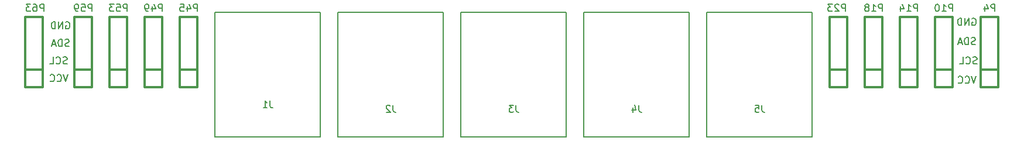
<source format=gbr>
G04 #@! TF.FileFunction,Legend,Bot*
%FSLAX46Y46*%
G04 Gerber Fmt 4.6, Leading zero omitted, Abs format (unit mm)*
G04 Created by KiCad (PCBNEW 0.201601221446+6507~42~ubuntu14.04.1-product) date Wed 27 Jan 2016 18:37:31 CET*
%MOMM*%
G01*
G04 APERTURE LIST*
%ADD10C,0.100000*%
%ADD11C,0.160000*%
%ADD12C,0.200000*%
%ADD13C,0.150000*%
%ADD14C,0.304800*%
%ADD15C,0.203200*%
G04 APERTURE END LIST*
D10*
D11*
X171005333Y-103846381D02*
X170672000Y-104846381D01*
X170338666Y-103846381D01*
X169433904Y-104751143D02*
X169481523Y-104798762D01*
X169624380Y-104846381D01*
X169719618Y-104846381D01*
X169862476Y-104798762D01*
X169957714Y-104703524D01*
X170005333Y-104608286D01*
X170052952Y-104417810D01*
X170052952Y-104274952D01*
X170005333Y-104084476D01*
X169957714Y-103989238D01*
X169862476Y-103894000D01*
X169719618Y-103846381D01*
X169624380Y-103846381D01*
X169481523Y-103894000D01*
X169433904Y-103941619D01*
X168433904Y-104751143D02*
X168481523Y-104798762D01*
X168624380Y-104846381D01*
X168719618Y-104846381D01*
X168862476Y-104798762D01*
X168957714Y-104703524D01*
X169005333Y-104608286D01*
X169052952Y-104417810D01*
X169052952Y-104274952D01*
X169005333Y-104084476D01*
X168957714Y-103989238D01*
X168862476Y-103894000D01*
X168719618Y-103846381D01*
X168624380Y-103846381D01*
X168481523Y-103894000D01*
X168433904Y-103941619D01*
D12*
X39687333Y-103592381D02*
X39354000Y-104592381D01*
X39020666Y-103592381D01*
X38115904Y-104497143D02*
X38163523Y-104544762D01*
X38306380Y-104592381D01*
X38401618Y-104592381D01*
X38544476Y-104544762D01*
X38639714Y-104449524D01*
X38687333Y-104354286D01*
X38734952Y-104163810D01*
X38734952Y-104020952D01*
X38687333Y-103830476D01*
X38639714Y-103735238D01*
X38544476Y-103640000D01*
X38401618Y-103592381D01*
X38306380Y-103592381D01*
X38163523Y-103640000D01*
X38115904Y-103687619D01*
X37115904Y-104497143D02*
X37163523Y-104544762D01*
X37306380Y-104592381D01*
X37401618Y-104592381D01*
X37544476Y-104544762D01*
X37639714Y-104449524D01*
X37687333Y-104354286D01*
X37734952Y-104163810D01*
X37734952Y-104020952D01*
X37687333Y-103830476D01*
X37639714Y-103735238D01*
X37544476Y-103640000D01*
X37401618Y-103592381D01*
X37306380Y-103592381D01*
X37163523Y-103640000D01*
X37115904Y-103687619D01*
X39544476Y-102004762D02*
X39401619Y-102052381D01*
X39163523Y-102052381D01*
X39068285Y-102004762D01*
X39020666Y-101957143D01*
X38973047Y-101861905D01*
X38973047Y-101766667D01*
X39020666Y-101671429D01*
X39068285Y-101623810D01*
X39163523Y-101576190D01*
X39354000Y-101528571D01*
X39449238Y-101480952D01*
X39496857Y-101433333D01*
X39544476Y-101338095D01*
X39544476Y-101242857D01*
X39496857Y-101147619D01*
X39449238Y-101100000D01*
X39354000Y-101052381D01*
X39115904Y-101052381D01*
X38973047Y-101100000D01*
X37973047Y-101957143D02*
X38020666Y-102004762D01*
X38163523Y-102052381D01*
X38258761Y-102052381D01*
X38401619Y-102004762D01*
X38496857Y-101909524D01*
X38544476Y-101814286D01*
X38592095Y-101623810D01*
X38592095Y-101480952D01*
X38544476Y-101290476D01*
X38496857Y-101195238D01*
X38401619Y-101100000D01*
X38258761Y-101052381D01*
X38163523Y-101052381D01*
X38020666Y-101100000D01*
X37973047Y-101147619D01*
X37068285Y-102052381D02*
X37544476Y-102052381D01*
X37544476Y-101052381D01*
X171116476Y-102004762D02*
X170973619Y-102052381D01*
X170735523Y-102052381D01*
X170640285Y-102004762D01*
X170592666Y-101957143D01*
X170545047Y-101861905D01*
X170545047Y-101766667D01*
X170592666Y-101671429D01*
X170640285Y-101623810D01*
X170735523Y-101576190D01*
X170926000Y-101528571D01*
X171021238Y-101480952D01*
X171068857Y-101433333D01*
X171116476Y-101338095D01*
X171116476Y-101242857D01*
X171068857Y-101147619D01*
X171021238Y-101100000D01*
X170926000Y-101052381D01*
X170687904Y-101052381D01*
X170545047Y-101100000D01*
X169545047Y-101957143D02*
X169592666Y-102004762D01*
X169735523Y-102052381D01*
X169830761Y-102052381D01*
X169973619Y-102004762D01*
X170068857Y-101909524D01*
X170116476Y-101814286D01*
X170164095Y-101623810D01*
X170164095Y-101480952D01*
X170116476Y-101290476D01*
X170068857Y-101195238D01*
X169973619Y-101100000D01*
X169830761Y-101052381D01*
X169735523Y-101052381D01*
X169592666Y-101100000D01*
X169545047Y-101147619D01*
X168640285Y-102052381D02*
X169116476Y-102052381D01*
X169116476Y-101052381D01*
X170886286Y-99210762D02*
X170743429Y-99258381D01*
X170505333Y-99258381D01*
X170410095Y-99210762D01*
X170362476Y-99163143D01*
X170314857Y-99067905D01*
X170314857Y-98972667D01*
X170362476Y-98877429D01*
X170410095Y-98829810D01*
X170505333Y-98782190D01*
X170695810Y-98734571D01*
X170791048Y-98686952D01*
X170838667Y-98639333D01*
X170886286Y-98544095D01*
X170886286Y-98448857D01*
X170838667Y-98353619D01*
X170791048Y-98306000D01*
X170695810Y-98258381D01*
X170457714Y-98258381D01*
X170314857Y-98306000D01*
X169886286Y-99258381D02*
X169886286Y-98258381D01*
X169648191Y-98258381D01*
X169505333Y-98306000D01*
X169410095Y-98401238D01*
X169362476Y-98496476D01*
X169314857Y-98686952D01*
X169314857Y-98829810D01*
X169362476Y-99020286D01*
X169410095Y-99115524D01*
X169505333Y-99210762D01*
X169648191Y-99258381D01*
X169886286Y-99258381D01*
X168933905Y-98972667D02*
X168457714Y-98972667D01*
X169029143Y-99258381D02*
X168695810Y-98258381D01*
X168362476Y-99258381D01*
X39822286Y-99464762D02*
X39679429Y-99512381D01*
X39441333Y-99512381D01*
X39346095Y-99464762D01*
X39298476Y-99417143D01*
X39250857Y-99321905D01*
X39250857Y-99226667D01*
X39298476Y-99131429D01*
X39346095Y-99083810D01*
X39441333Y-99036190D01*
X39631810Y-98988571D01*
X39727048Y-98940952D01*
X39774667Y-98893333D01*
X39822286Y-98798095D01*
X39822286Y-98702857D01*
X39774667Y-98607619D01*
X39727048Y-98560000D01*
X39631810Y-98512381D01*
X39393714Y-98512381D01*
X39250857Y-98560000D01*
X38822286Y-99512381D02*
X38822286Y-98512381D01*
X38584191Y-98512381D01*
X38441333Y-98560000D01*
X38346095Y-98655238D01*
X38298476Y-98750476D01*
X38250857Y-98940952D01*
X38250857Y-99083810D01*
X38298476Y-99274286D01*
X38346095Y-99369524D01*
X38441333Y-99464762D01*
X38584191Y-99512381D01*
X38822286Y-99512381D01*
X37869905Y-99226667D02*
X37393714Y-99226667D01*
X37965143Y-99512381D02*
X37631810Y-98512381D01*
X37298476Y-99512381D01*
X170433904Y-95512000D02*
X170529142Y-95464381D01*
X170671999Y-95464381D01*
X170814857Y-95512000D01*
X170910095Y-95607238D01*
X170957714Y-95702476D01*
X171005333Y-95892952D01*
X171005333Y-96035810D01*
X170957714Y-96226286D01*
X170910095Y-96321524D01*
X170814857Y-96416762D01*
X170671999Y-96464381D01*
X170576761Y-96464381D01*
X170433904Y-96416762D01*
X170386285Y-96369143D01*
X170386285Y-96035810D01*
X170576761Y-96035810D01*
X169957714Y-96464381D02*
X169957714Y-95464381D01*
X169386285Y-96464381D01*
X169386285Y-95464381D01*
X168910095Y-96464381D02*
X168910095Y-95464381D01*
X168672000Y-95464381D01*
X168529142Y-95512000D01*
X168433904Y-95607238D01*
X168386285Y-95702476D01*
X168338666Y-95892952D01*
X168338666Y-96035810D01*
X168386285Y-96226286D01*
X168433904Y-96321524D01*
X168529142Y-96416762D01*
X168672000Y-96464381D01*
X168910095Y-96464381D01*
X39369904Y-96020000D02*
X39465142Y-95972381D01*
X39607999Y-95972381D01*
X39750857Y-96020000D01*
X39846095Y-96115238D01*
X39893714Y-96210476D01*
X39941333Y-96400952D01*
X39941333Y-96543810D01*
X39893714Y-96734286D01*
X39846095Y-96829524D01*
X39750857Y-96924762D01*
X39607999Y-96972381D01*
X39512761Y-96972381D01*
X39369904Y-96924762D01*
X39322285Y-96877143D01*
X39322285Y-96543810D01*
X39512761Y-96543810D01*
X38893714Y-96972381D02*
X38893714Y-95972381D01*
X38322285Y-96972381D01*
X38322285Y-95972381D01*
X37846095Y-96972381D02*
X37846095Y-95972381D01*
X37608000Y-95972381D01*
X37465142Y-96020000D01*
X37369904Y-96115238D01*
X37322285Y-96210476D01*
X37274666Y-96400952D01*
X37274666Y-96543810D01*
X37322285Y-96734286D01*
X37369904Y-96829524D01*
X37465142Y-96924762D01*
X37608000Y-96972381D01*
X37846095Y-96972381D01*
D13*
X111760000Y-112649000D02*
X96520000Y-112649000D01*
X96520000Y-112649000D02*
X96520000Y-94615000D01*
X96520000Y-94615000D02*
X111760000Y-94615000D01*
X111760000Y-94615000D02*
X111760000Y-112649000D01*
X93980000Y-112649000D02*
X78740000Y-112649000D01*
X78740000Y-112649000D02*
X78740000Y-94615000D01*
X78740000Y-94615000D02*
X93980000Y-94615000D01*
X93980000Y-94615000D02*
X93980000Y-112649000D01*
X147320000Y-112649000D02*
X132080000Y-112649000D01*
X132080000Y-112649000D02*
X132080000Y-94615000D01*
X132080000Y-94615000D02*
X147320000Y-94615000D01*
X147320000Y-94615000D02*
X147320000Y-112649000D01*
D14*
X174244000Y-102870000D02*
X171704000Y-102870000D01*
X171704000Y-95250000D02*
X171704000Y-105410000D01*
X174244000Y-105410000D02*
X174244000Y-95250000D01*
X171704000Y-105410000D02*
X174244000Y-105410000D01*
X174244000Y-95250000D02*
X171704000Y-95250000D01*
X167640000Y-102870000D02*
X165100000Y-102870000D01*
X165100000Y-95250000D02*
X165100000Y-105410000D01*
X167640000Y-105410000D02*
X167640000Y-95250000D01*
X165100000Y-105410000D02*
X167640000Y-105410000D01*
X167640000Y-95250000D02*
X165100000Y-95250000D01*
X162560000Y-102870000D02*
X160020000Y-102870000D01*
X160020000Y-95250000D02*
X160020000Y-105410000D01*
X162560000Y-105410000D02*
X162560000Y-95250000D01*
X160020000Y-105410000D02*
X162560000Y-105410000D01*
X162560000Y-95250000D02*
X160020000Y-95250000D01*
X157480000Y-102870000D02*
X154940000Y-102870000D01*
X154940000Y-95250000D02*
X154940000Y-105410000D01*
X157480000Y-105410000D02*
X157480000Y-95250000D01*
X154940000Y-105410000D02*
X157480000Y-105410000D01*
X157480000Y-95250000D02*
X154940000Y-95250000D01*
X152400000Y-102870000D02*
X149860000Y-102870000D01*
X149860000Y-95250000D02*
X149860000Y-105410000D01*
X152400000Y-105410000D02*
X152400000Y-95250000D01*
X149860000Y-105410000D02*
X152400000Y-105410000D01*
X152400000Y-95250000D02*
X149860000Y-95250000D01*
X58420000Y-102870000D02*
X55880000Y-102870000D01*
X55880000Y-95250000D02*
X55880000Y-105410000D01*
X58420000Y-105410000D02*
X58420000Y-95250000D01*
X55880000Y-105410000D02*
X58420000Y-105410000D01*
X58420000Y-95250000D02*
X55880000Y-95250000D01*
X53340000Y-102870000D02*
X50800000Y-102870000D01*
X50800000Y-95250000D02*
X50800000Y-105410000D01*
X53340000Y-105410000D02*
X53340000Y-95250000D01*
X50800000Y-105410000D02*
X53340000Y-105410000D01*
X53340000Y-95250000D02*
X50800000Y-95250000D01*
X48260000Y-102870000D02*
X45720000Y-102870000D01*
X45720000Y-95250000D02*
X45720000Y-105410000D01*
X48260000Y-105410000D02*
X48260000Y-95250000D01*
X45720000Y-105410000D02*
X48260000Y-105410000D01*
X48260000Y-95250000D02*
X45720000Y-95250000D01*
X43180000Y-102870000D02*
X40640000Y-102870000D01*
X40640000Y-95250000D02*
X40640000Y-105410000D01*
X43180000Y-105410000D02*
X43180000Y-95250000D01*
X40640000Y-105410000D02*
X43180000Y-105410000D01*
X43180000Y-95250000D02*
X40640000Y-95250000D01*
X36068000Y-102870000D02*
X33528000Y-102870000D01*
X33528000Y-95250000D02*
X33528000Y-105410000D01*
X36068000Y-105410000D02*
X36068000Y-95250000D01*
X33528000Y-105410000D02*
X36068000Y-105410000D01*
X36068000Y-95250000D02*
X33528000Y-95250000D01*
D13*
X76200000Y-112649000D02*
X60960000Y-112649000D01*
X60960000Y-112649000D02*
X60960000Y-94615000D01*
X60960000Y-94615000D02*
X76200000Y-94615000D01*
X76200000Y-94615000D02*
X76200000Y-112649000D01*
X129540000Y-112649000D02*
X114300000Y-112649000D01*
X114300000Y-112649000D02*
X114300000Y-94615000D01*
X114300000Y-94615000D02*
X129540000Y-94615000D01*
X129540000Y-94615000D02*
X129540000Y-112649000D01*
X104473333Y-108037381D02*
X104473333Y-108751667D01*
X104520953Y-108894524D01*
X104616191Y-108989762D01*
X104759048Y-109037381D01*
X104854286Y-109037381D01*
X104092381Y-108037381D02*
X103473333Y-108037381D01*
X103806667Y-108418333D01*
X103663809Y-108418333D01*
X103568571Y-108465952D01*
X103520952Y-108513571D01*
X103473333Y-108608810D01*
X103473333Y-108846905D01*
X103520952Y-108942143D01*
X103568571Y-108989762D01*
X103663809Y-109037381D01*
X103949524Y-109037381D01*
X104044762Y-108989762D01*
X104092381Y-108942143D01*
X86693333Y-108037381D02*
X86693333Y-108751667D01*
X86740953Y-108894524D01*
X86836191Y-108989762D01*
X86979048Y-109037381D01*
X87074286Y-109037381D01*
X86264762Y-108132619D02*
X86217143Y-108085000D01*
X86121905Y-108037381D01*
X85883809Y-108037381D01*
X85788571Y-108085000D01*
X85740952Y-108132619D01*
X85693333Y-108227857D01*
X85693333Y-108323095D01*
X85740952Y-108465952D01*
X86312381Y-109037381D01*
X85693333Y-109037381D01*
D12*
X140033333Y-108037381D02*
X140033333Y-108751667D01*
X140080953Y-108894524D01*
X140176191Y-108989762D01*
X140319048Y-109037381D01*
X140414286Y-109037381D01*
X139080952Y-108037381D02*
X139557143Y-108037381D01*
X139604762Y-108513571D01*
X139557143Y-108465952D01*
X139461905Y-108418333D01*
X139223809Y-108418333D01*
X139128571Y-108465952D01*
X139080952Y-108513571D01*
X139033333Y-108608810D01*
X139033333Y-108846905D01*
X139080952Y-108942143D01*
X139128571Y-108989762D01*
X139223809Y-109037381D01*
X139461905Y-109037381D01*
X139557143Y-108989762D01*
X139604762Y-108942143D01*
D15*
X173723904Y-94439619D02*
X173723904Y-93423619D01*
X173336857Y-93423619D01*
X173240095Y-93472000D01*
X173191714Y-93520381D01*
X173143333Y-93617143D01*
X173143333Y-93762286D01*
X173191714Y-93859048D01*
X173240095Y-93907429D01*
X173336857Y-93955810D01*
X173723904Y-93955810D01*
X172272476Y-93762286D02*
X172272476Y-94439619D01*
X172514380Y-93375238D02*
X172756285Y-94100952D01*
X172127333Y-94100952D01*
X167603714Y-94439619D02*
X167603714Y-93423619D01*
X167216667Y-93423619D01*
X167119905Y-93472000D01*
X167071524Y-93520381D01*
X167023143Y-93617143D01*
X167023143Y-93762286D01*
X167071524Y-93859048D01*
X167119905Y-93907429D01*
X167216667Y-93955810D01*
X167603714Y-93955810D01*
X166055524Y-94439619D02*
X166636095Y-94439619D01*
X166345809Y-94439619D02*
X166345809Y-93423619D01*
X166442571Y-93568762D01*
X166539333Y-93665524D01*
X166636095Y-93713905D01*
X165426571Y-93423619D02*
X165329810Y-93423619D01*
X165233048Y-93472000D01*
X165184667Y-93520381D01*
X165136286Y-93617143D01*
X165087905Y-93810667D01*
X165087905Y-94052571D01*
X165136286Y-94246095D01*
X165184667Y-94342857D01*
X165233048Y-94391238D01*
X165329810Y-94439619D01*
X165426571Y-94439619D01*
X165523333Y-94391238D01*
X165571714Y-94342857D01*
X165620095Y-94246095D01*
X165668476Y-94052571D01*
X165668476Y-93810667D01*
X165620095Y-93617143D01*
X165571714Y-93520381D01*
X165523333Y-93472000D01*
X165426571Y-93423619D01*
X162523714Y-94439619D02*
X162523714Y-93423619D01*
X162136667Y-93423619D01*
X162039905Y-93472000D01*
X161991524Y-93520381D01*
X161943143Y-93617143D01*
X161943143Y-93762286D01*
X161991524Y-93859048D01*
X162039905Y-93907429D01*
X162136667Y-93955810D01*
X162523714Y-93955810D01*
X160975524Y-94439619D02*
X161556095Y-94439619D01*
X161265809Y-94439619D02*
X161265809Y-93423619D01*
X161362571Y-93568762D01*
X161459333Y-93665524D01*
X161556095Y-93713905D01*
X160104667Y-93762286D02*
X160104667Y-94439619D01*
X160346571Y-93375238D02*
X160588476Y-94100952D01*
X159959524Y-94100952D01*
X157443714Y-94439619D02*
X157443714Y-93423619D01*
X157056667Y-93423619D01*
X156959905Y-93472000D01*
X156911524Y-93520381D01*
X156863143Y-93617143D01*
X156863143Y-93762286D01*
X156911524Y-93859048D01*
X156959905Y-93907429D01*
X157056667Y-93955810D01*
X157443714Y-93955810D01*
X155895524Y-94439619D02*
X156476095Y-94439619D01*
X156185809Y-94439619D02*
X156185809Y-93423619D01*
X156282571Y-93568762D01*
X156379333Y-93665524D01*
X156476095Y-93713905D01*
X155314952Y-93859048D02*
X155411714Y-93810667D01*
X155460095Y-93762286D01*
X155508476Y-93665524D01*
X155508476Y-93617143D01*
X155460095Y-93520381D01*
X155411714Y-93472000D01*
X155314952Y-93423619D01*
X155121429Y-93423619D01*
X155024667Y-93472000D01*
X154976286Y-93520381D01*
X154927905Y-93617143D01*
X154927905Y-93665524D01*
X154976286Y-93762286D01*
X155024667Y-93810667D01*
X155121429Y-93859048D01*
X155314952Y-93859048D01*
X155411714Y-93907429D01*
X155460095Y-93955810D01*
X155508476Y-94052571D01*
X155508476Y-94246095D01*
X155460095Y-94342857D01*
X155411714Y-94391238D01*
X155314952Y-94439619D01*
X155121429Y-94439619D01*
X155024667Y-94391238D01*
X154976286Y-94342857D01*
X154927905Y-94246095D01*
X154927905Y-94052571D01*
X154976286Y-93955810D01*
X155024667Y-93907429D01*
X155121429Y-93859048D01*
X152109714Y-94439619D02*
X152109714Y-93423619D01*
X151722667Y-93423619D01*
X151625905Y-93472000D01*
X151577524Y-93520381D01*
X151529143Y-93617143D01*
X151529143Y-93762286D01*
X151577524Y-93859048D01*
X151625905Y-93907429D01*
X151722667Y-93955810D01*
X152109714Y-93955810D01*
X151142095Y-93520381D02*
X151093714Y-93472000D01*
X150996952Y-93423619D01*
X150755048Y-93423619D01*
X150658286Y-93472000D01*
X150609905Y-93520381D01*
X150561524Y-93617143D01*
X150561524Y-93713905D01*
X150609905Y-93859048D01*
X151190476Y-94439619D01*
X150561524Y-94439619D01*
X150222857Y-93423619D02*
X149593905Y-93423619D01*
X149932571Y-93810667D01*
X149787429Y-93810667D01*
X149690667Y-93859048D01*
X149642286Y-93907429D01*
X149593905Y-94004190D01*
X149593905Y-94246095D01*
X149642286Y-94342857D01*
X149690667Y-94391238D01*
X149787429Y-94439619D01*
X150077714Y-94439619D01*
X150174476Y-94391238D01*
X150222857Y-94342857D01*
X58383714Y-94439619D02*
X58383714Y-93423619D01*
X57996667Y-93423619D01*
X57899905Y-93472000D01*
X57851524Y-93520381D01*
X57803143Y-93617143D01*
X57803143Y-93762286D01*
X57851524Y-93859048D01*
X57899905Y-93907429D01*
X57996667Y-93955810D01*
X58383714Y-93955810D01*
X56932286Y-93762286D02*
X56932286Y-94439619D01*
X57174190Y-93375238D02*
X57416095Y-94100952D01*
X56787143Y-94100952D01*
X55916286Y-93423619D02*
X56400095Y-93423619D01*
X56448476Y-93907429D01*
X56400095Y-93859048D01*
X56303333Y-93810667D01*
X56061429Y-93810667D01*
X55964667Y-93859048D01*
X55916286Y-93907429D01*
X55867905Y-94004190D01*
X55867905Y-94246095D01*
X55916286Y-94342857D01*
X55964667Y-94391238D01*
X56061429Y-94439619D01*
X56303333Y-94439619D01*
X56400095Y-94391238D01*
X56448476Y-94342857D01*
X53303714Y-94439619D02*
X53303714Y-93423619D01*
X52916667Y-93423619D01*
X52819905Y-93472000D01*
X52771524Y-93520381D01*
X52723143Y-93617143D01*
X52723143Y-93762286D01*
X52771524Y-93859048D01*
X52819905Y-93907429D01*
X52916667Y-93955810D01*
X53303714Y-93955810D01*
X51852286Y-93762286D02*
X51852286Y-94439619D01*
X52094190Y-93375238D02*
X52336095Y-94100952D01*
X51707143Y-94100952D01*
X51271714Y-94439619D02*
X51078190Y-94439619D01*
X50981429Y-94391238D01*
X50933048Y-94342857D01*
X50836286Y-94197714D01*
X50787905Y-94004190D01*
X50787905Y-93617143D01*
X50836286Y-93520381D01*
X50884667Y-93472000D01*
X50981429Y-93423619D01*
X51174952Y-93423619D01*
X51271714Y-93472000D01*
X51320095Y-93520381D01*
X51368476Y-93617143D01*
X51368476Y-93859048D01*
X51320095Y-93955810D01*
X51271714Y-94004190D01*
X51174952Y-94052571D01*
X50981429Y-94052571D01*
X50884667Y-94004190D01*
X50836286Y-93955810D01*
X50787905Y-93859048D01*
X48223714Y-94439619D02*
X48223714Y-93423619D01*
X47836667Y-93423619D01*
X47739905Y-93472000D01*
X47691524Y-93520381D01*
X47643143Y-93617143D01*
X47643143Y-93762286D01*
X47691524Y-93859048D01*
X47739905Y-93907429D01*
X47836667Y-93955810D01*
X48223714Y-93955810D01*
X46723905Y-93423619D02*
X47207714Y-93423619D01*
X47256095Y-93907429D01*
X47207714Y-93859048D01*
X47110952Y-93810667D01*
X46869048Y-93810667D01*
X46772286Y-93859048D01*
X46723905Y-93907429D01*
X46675524Y-94004190D01*
X46675524Y-94246095D01*
X46723905Y-94342857D01*
X46772286Y-94391238D01*
X46869048Y-94439619D01*
X47110952Y-94439619D01*
X47207714Y-94391238D01*
X47256095Y-94342857D01*
X46336857Y-93423619D02*
X45707905Y-93423619D01*
X46046571Y-93810667D01*
X45901429Y-93810667D01*
X45804667Y-93859048D01*
X45756286Y-93907429D01*
X45707905Y-94004190D01*
X45707905Y-94246095D01*
X45756286Y-94342857D01*
X45804667Y-94391238D01*
X45901429Y-94439619D01*
X46191714Y-94439619D01*
X46288476Y-94391238D01*
X46336857Y-94342857D01*
X43143714Y-94439619D02*
X43143714Y-93423619D01*
X42756667Y-93423619D01*
X42659905Y-93472000D01*
X42611524Y-93520381D01*
X42563143Y-93617143D01*
X42563143Y-93762286D01*
X42611524Y-93859048D01*
X42659905Y-93907429D01*
X42756667Y-93955810D01*
X43143714Y-93955810D01*
X41643905Y-93423619D02*
X42127714Y-93423619D01*
X42176095Y-93907429D01*
X42127714Y-93859048D01*
X42030952Y-93810667D01*
X41789048Y-93810667D01*
X41692286Y-93859048D01*
X41643905Y-93907429D01*
X41595524Y-94004190D01*
X41595524Y-94246095D01*
X41643905Y-94342857D01*
X41692286Y-94391238D01*
X41789048Y-94439619D01*
X42030952Y-94439619D01*
X42127714Y-94391238D01*
X42176095Y-94342857D01*
X41111714Y-94439619D02*
X40918190Y-94439619D01*
X40821429Y-94391238D01*
X40773048Y-94342857D01*
X40676286Y-94197714D01*
X40627905Y-94004190D01*
X40627905Y-93617143D01*
X40676286Y-93520381D01*
X40724667Y-93472000D01*
X40821429Y-93423619D01*
X41014952Y-93423619D01*
X41111714Y-93472000D01*
X41160095Y-93520381D01*
X41208476Y-93617143D01*
X41208476Y-93859048D01*
X41160095Y-93955810D01*
X41111714Y-94004190D01*
X41014952Y-94052571D01*
X40821429Y-94052571D01*
X40724667Y-94004190D01*
X40676286Y-93955810D01*
X40627905Y-93859048D01*
X36158714Y-94439619D02*
X36158714Y-93423619D01*
X35771667Y-93423619D01*
X35674905Y-93472000D01*
X35626524Y-93520381D01*
X35578143Y-93617143D01*
X35578143Y-93762286D01*
X35626524Y-93859048D01*
X35674905Y-93907429D01*
X35771667Y-93955810D01*
X36158714Y-93955810D01*
X34707286Y-93423619D02*
X34900809Y-93423619D01*
X34997571Y-93472000D01*
X35045952Y-93520381D01*
X35142714Y-93665524D01*
X35191095Y-93859048D01*
X35191095Y-94246095D01*
X35142714Y-94342857D01*
X35094333Y-94391238D01*
X34997571Y-94439619D01*
X34804048Y-94439619D01*
X34707286Y-94391238D01*
X34658905Y-94342857D01*
X34610524Y-94246095D01*
X34610524Y-94004190D01*
X34658905Y-93907429D01*
X34707286Y-93859048D01*
X34804048Y-93810667D01*
X34997571Y-93810667D01*
X35094333Y-93859048D01*
X35142714Y-93907429D01*
X35191095Y-94004190D01*
X34271857Y-93423619D02*
X33642905Y-93423619D01*
X33981571Y-93810667D01*
X33836429Y-93810667D01*
X33739667Y-93859048D01*
X33691286Y-93907429D01*
X33642905Y-94004190D01*
X33642905Y-94246095D01*
X33691286Y-94342857D01*
X33739667Y-94391238D01*
X33836429Y-94439619D01*
X34126714Y-94439619D01*
X34223476Y-94391238D01*
X34271857Y-94342857D01*
D13*
X68913333Y-107402381D02*
X68913333Y-108116667D01*
X68960953Y-108259524D01*
X69056191Y-108354762D01*
X69199048Y-108402381D01*
X69294286Y-108402381D01*
X67913333Y-108402381D02*
X68484762Y-108402381D01*
X68199048Y-108402381D02*
X68199048Y-107402381D01*
X68294286Y-107545238D01*
X68389524Y-107640476D01*
X68484762Y-107688095D01*
X122253333Y-108037381D02*
X122253333Y-108751667D01*
X122300953Y-108894524D01*
X122396191Y-108989762D01*
X122539048Y-109037381D01*
X122634286Y-109037381D01*
X121348571Y-108370714D02*
X121348571Y-109037381D01*
X121586667Y-107989762D02*
X121824762Y-108704048D01*
X121205714Y-108704048D01*
M02*

</source>
